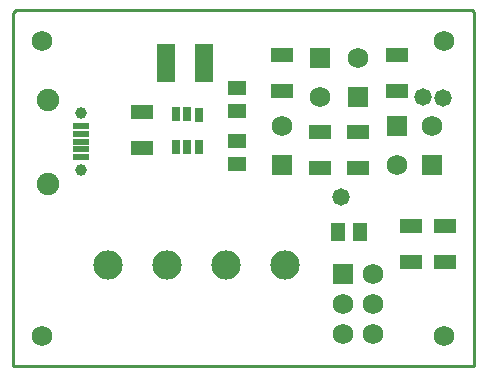
<source format=gts>
%FSLAX23Y23*%
%MOIN*%
G70*
G01*
G75*
G04 Layer_Color=8388736*
%ADD10R,0.065X0.040*%
%ADD11R,0.051X0.118*%
%ADD12R,0.022X0.039*%
%ADD13R,0.049X0.016*%
%ADD14R,0.040X0.055*%
%ADD15C,0.060*%
%ADD16R,0.060X0.060*%
%ADD17R,0.055X0.040*%
%ADD18C,0.020*%
%ADD19C,0.015*%
%ADD20C,0.010*%
%ADD21C,0.090*%
%ADD22C,0.067*%
%ADD23C,0.031*%
%ADD24R,0.060X0.060*%
%ADD25C,0.050*%
%ADD26C,0.012*%
%ADD27C,0.006*%
%ADD28C,0.007*%
%ADD29C,0.007*%
%ADD30C,0.008*%
%ADD31R,0.073X0.048*%
%ADD32R,0.059X0.126*%
%ADD33R,0.030X0.047*%
%ADD34R,0.057X0.024*%
%ADD35R,0.048X0.063*%
%ADD36C,0.068*%
%ADD37R,0.068X0.068*%
%ADD38R,0.063X0.048*%
%ADD39C,0.098*%
%ADD40C,0.075*%
%ADD41C,0.039*%
%ADD42R,0.068X0.068*%
%ADD43C,0.058*%
D20*
X1260Y2380D02*
Y2415D01*
X1270Y2425D01*
X2790D01*
X1260Y1240D02*
Y2380D01*
X2790Y2425D02*
X2795Y2420D01*
Y1240D02*
Y2420D01*
X1260Y1240D02*
X2795D01*
D31*
X2539Y2276D02*
D03*
Y2156D02*
D03*
X2156Y2276D02*
D03*
Y2156D02*
D03*
X1689Y2085D02*
D03*
Y1965D02*
D03*
X2588Y1706D02*
D03*
Y1586D02*
D03*
X2700Y1706D02*
D03*
Y1586D02*
D03*
X2411Y2020D02*
D03*
Y1900D02*
D03*
X2283Y2020D02*
D03*
Y1900D02*
D03*
D32*
X1769Y2248D02*
D03*
X1895D02*
D03*
D33*
X1803Y2077D02*
D03*
X1841D02*
D03*
X1803Y1969D02*
D03*
X1841D02*
D03*
X1879Y2076D02*
D03*
Y1969D02*
D03*
D34*
X1486Y1935D02*
D03*
Y1961D02*
D03*
Y1986D02*
D03*
Y2012D02*
D03*
Y2037D02*
D03*
D35*
X2342Y1684D02*
D03*
X2417D02*
D03*
D36*
X2657Y2038D02*
D03*
X2539Y1909D02*
D03*
X2411Y2264D02*
D03*
X2283Y2136D02*
D03*
X2156Y2038D02*
D03*
X2697Y1339D02*
D03*
Y2323D02*
D03*
X1358Y1339D02*
D03*
Y2323D02*
D03*
X2359Y1344D02*
D03*
Y1444D02*
D03*
X2459Y1344D02*
D03*
Y1544D02*
D03*
Y1444D02*
D03*
D37*
X2657Y1908D02*
D03*
X2539Y2039D02*
D03*
X2411Y2134D02*
D03*
X2283Y2266D02*
D03*
X2156Y1908D02*
D03*
D38*
X2008Y2090D02*
D03*
Y2165D02*
D03*
Y1913D02*
D03*
Y1988D02*
D03*
D39*
X2165Y1575D02*
D03*
X1969D02*
D03*
X1575Y1575D02*
D03*
X1772Y1575D02*
D03*
D40*
X1377Y1846D02*
D03*
Y2126D02*
D03*
D41*
X1486Y1891D02*
D03*
Y2082D02*
D03*
D42*
X2359Y1544D02*
D03*
D43*
X2352Y1801D02*
D03*
X2626Y2134D02*
D03*
X2694Y2132D02*
D03*
M02*

</source>
